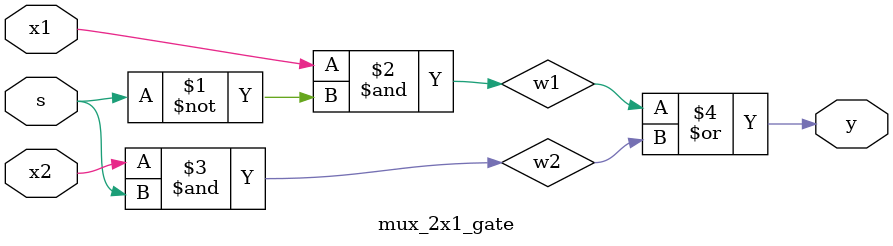
<source format=v>
module mux_2x1_gate(
input x1,x2,
input s,
output y
);
wire w1 , w2;

and(w1,x1,~s);
and(w2,x2,s);
or(y,w1,w2);

endmodule



</source>
